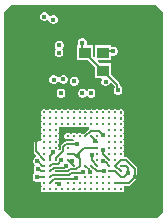
<source format=gtl>
G04*
G04 #@! TF.GenerationSoftware,Altium Limited,Altium Designer,22.2.1 (43)*
G04*
G04 Layer_Physical_Order=1*
G04 Layer_Color=255*
%FSLAX25Y25*%
%MOIN*%
G70*
G04*
G04 #@! TF.SameCoordinates,4B28361B-3754-4690-972C-136B69916877*
G04*
G04*
G04 #@! TF.FilePolarity,Positive*
G04*
G01*
G75*
%ADD11C,0.00600*%
%ADD13C,0.00709*%
%ADD14C,0.00984*%
%ADD15R,0.03858X0.03661*%
%ADD17C,0.01772*%
G36*
X57000Y74500D02*
Y8000D01*
X55000Y6000D01*
X6500D01*
X4000Y8500D01*
Y74500D01*
X6500Y77000D01*
X54500D01*
X57000Y74500D01*
D02*
G37*
%LPC*%
G36*
X17796Y74486D02*
X17204D01*
X16658Y74260D01*
X16240Y73842D01*
X16014Y73296D01*
Y72704D01*
X16240Y72158D01*
X16658Y71740D01*
X17204Y71514D01*
X17796D01*
X18342Y71740D01*
X18514Y71913D01*
X19014Y71706D01*
Y71704D01*
X19240Y71158D01*
X19658Y70740D01*
X20204Y70514D01*
X20796D01*
X21342Y70740D01*
X21760Y71158D01*
X21986Y71704D01*
Y72296D01*
X21760Y72842D01*
X21342Y73260D01*
X20796Y73486D01*
X20204D01*
X19658Y73260D01*
X19486Y73087D01*
X18986Y73294D01*
Y73296D01*
X18760Y73842D01*
X18342Y74260D01*
X17796Y74486D01*
D02*
G37*
G36*
X30375Y65812D02*
X29784D01*
X29238Y65586D01*
X28820Y65168D01*
X28594Y64622D01*
Y64030D01*
X28622Y63962D01*
X28471Y63462D01*
X28471D01*
X28471Y63462D01*
Y58601D01*
X32073D01*
X34471Y56203D01*
Y52538D01*
X36317D01*
X36550Y52038D01*
X36379Y51627D01*
Y51035D01*
X36606Y50489D01*
X37024Y50071D01*
X37570Y49845D01*
X38161D01*
X38707Y50071D01*
X39125Y50489D01*
X39256Y50806D01*
X39813Y50956D01*
X40863Y49906D01*
Y49465D01*
X40740Y49342D01*
X40514Y48796D01*
Y48204D01*
X40740Y47658D01*
X41158Y47240D01*
X41704Y47014D01*
X42296D01*
X42842Y47240D01*
X43260Y47658D01*
X43486Y48204D01*
Y48796D01*
X43260Y49342D01*
X42842Y49760D01*
X42699Y49819D01*
Y50286D01*
X42629Y50637D01*
X42430Y50935D01*
X39529Y53835D01*
Y57399D01*
X35870D01*
X35131Y58139D01*
X35322Y58601D01*
X39529D01*
Y59753D01*
X40029Y60087D01*
X40205Y60014D01*
X40795D01*
X41342Y60240D01*
X41760Y60658D01*
X41986Y61204D01*
Y61796D01*
X41760Y62342D01*
X41342Y62760D01*
X40795Y62986D01*
X40205D01*
X40029Y62913D01*
X39529Y63247D01*
Y63462D01*
X34471D01*
Y59452D01*
X34009Y59260D01*
X33529Y59740D01*
Y63462D01*
X31872D01*
X31537Y63962D01*
X31566Y64030D01*
Y64622D01*
X31339Y65168D01*
X30921Y65586D01*
X30375Y65812D01*
D02*
G37*
G36*
X22670Y64961D02*
X22079D01*
X21533Y64734D01*
X21115Y64316D01*
X20889Y63770D01*
Y63179D01*
X21115Y62633D01*
X21475Y62274D01*
X21079Y61878D01*
X20853Y61331D01*
Y60740D01*
X21079Y60194D01*
X21497Y59776D01*
X22043Y59550D01*
X22634D01*
X23180Y59776D01*
X23598Y60194D01*
X23824Y60740D01*
Y61331D01*
X23598Y61878D01*
X23238Y62237D01*
X23634Y62633D01*
X23861Y63179D01*
Y63770D01*
X23634Y64316D01*
X23216Y64734D01*
X22670Y64961D01*
D02*
G37*
G36*
X24117Y53598D02*
X23526D01*
X22980Y53372D01*
X22562Y52954D01*
X22477Y52747D01*
X21936D01*
X21896Y52842D01*
X21478Y53260D01*
X20932Y53486D01*
X20341D01*
X19795Y53260D01*
X19377Y52842D01*
X19151Y52296D01*
Y51704D01*
X19377Y51158D01*
X19795Y50740D01*
X20341Y50514D01*
X20932D01*
X21478Y50740D01*
X21896Y51158D01*
X21982Y51365D01*
X22523D01*
X22562Y51270D01*
X22980Y50852D01*
X23526Y50626D01*
X24117D01*
X24664Y50852D01*
X25082Y51270D01*
X25308Y51816D01*
Y52407D01*
X25082Y52954D01*
X24664Y53372D01*
X24117Y53598D01*
D02*
G37*
G36*
X27689Y52986D02*
X27098D01*
X26552Y52760D01*
X26134Y52342D01*
X25908Y51796D01*
Y51204D01*
X26134Y50658D01*
X26552Y50240D01*
X27098Y50014D01*
X27689D01*
X28235Y50240D01*
X28653Y50658D01*
X28879Y51204D01*
Y51796D01*
X28653Y52342D01*
X28235Y52760D01*
X27689Y52986D01*
D02*
G37*
G36*
X33296Y48952D02*
X32704D01*
X32158Y48725D01*
X31888Y48455D01*
X31574Y48358D01*
X31260Y48455D01*
X30989Y48725D01*
X30443Y48952D01*
X29852D01*
X29306Y48725D01*
X28888Y48307D01*
X28662Y47761D01*
Y47170D01*
X28888Y46624D01*
X29306Y46206D01*
X29852Y45980D01*
X30443D01*
X30989Y46206D01*
X31260Y46477D01*
X31574Y46573D01*
X31888Y46477D01*
X32158Y46206D01*
X32704Y45980D01*
X33296D01*
X33842Y46206D01*
X34260Y46624D01*
X34486Y47170D01*
Y47761D01*
X34260Y48307D01*
X33842Y48725D01*
X33296Y48952D01*
D02*
G37*
G36*
X23296Y48986D02*
X22704D01*
X22158Y48760D01*
X21740Y48342D01*
X21514Y47796D01*
Y47205D01*
X21740Y46658D01*
X22158Y46240D01*
X22704Y46014D01*
X23296D01*
X23842Y46240D01*
X24260Y46658D01*
X24486Y47205D01*
Y47796D01*
X24260Y48342D01*
X23842Y48760D01*
X23296Y48986D01*
D02*
G37*
G36*
X43186Y42183D02*
X42751D01*
X42350Y42016D01*
X42311Y41977D01*
X41984Y41750D01*
X41658Y41977D01*
X41619Y42016D01*
X41217Y42183D01*
X40783D01*
X40381Y42016D01*
X40342Y41977D01*
X40016Y41750D01*
X39689Y41977D01*
X39650Y42016D01*
X39249Y42183D01*
X38814D01*
X38413Y42016D01*
X38374Y41977D01*
X38047Y41750D01*
X37721Y41977D01*
X37682Y42016D01*
X37280Y42183D01*
X36846D01*
X36444Y42016D01*
X36405Y41977D01*
X36079Y41750D01*
X35752Y41977D01*
X35713Y42016D01*
X35312Y42183D01*
X34877D01*
X34476Y42016D01*
X34437Y41977D01*
X34110Y41750D01*
X33784Y41977D01*
X33745Y42016D01*
X33343Y42183D01*
X32909D01*
X32507Y42016D01*
X32468Y41977D01*
X32142Y41750D01*
X31815Y41977D01*
X31776Y42016D01*
X31375Y42183D01*
X30940D01*
X30539Y42016D01*
X30500Y41977D01*
X30173Y41750D01*
X29847Y41977D01*
X29808Y42016D01*
X29406Y42183D01*
X28972D01*
X28570Y42016D01*
X28531Y41977D01*
X28205Y41750D01*
X27878Y41977D01*
X27839Y42016D01*
X27438Y42183D01*
X27003D01*
X26602Y42016D01*
X26563Y41977D01*
X26236Y41750D01*
X25910Y41977D01*
X25871Y42016D01*
X25469Y42183D01*
X25035D01*
X24633Y42016D01*
X24594Y41977D01*
X24268Y41750D01*
X23941Y41977D01*
X23902Y42016D01*
X23501Y42183D01*
X23066D01*
X22665Y42016D01*
X22626Y41977D01*
X22299Y41750D01*
X21973Y41977D01*
X21934Y42016D01*
X21532Y42183D01*
X21098D01*
X20696Y42016D01*
X20657Y41977D01*
X20331Y41750D01*
X20004Y41977D01*
X19965Y42016D01*
X19564Y42183D01*
X19129D01*
X18728Y42016D01*
X18689Y41977D01*
X18362Y41750D01*
X18036Y41977D01*
X17997Y42016D01*
X17595Y42183D01*
X17161D01*
X16759Y42016D01*
X16452Y41709D01*
X16286Y41308D01*
Y40873D01*
X16452Y40472D01*
X16491Y40433D01*
X16719Y40106D01*
X16491Y39780D01*
X16452Y39741D01*
X16286Y39339D01*
Y38905D01*
X16452Y38503D01*
X16491Y38464D01*
X16719Y38138D01*
X16491Y37811D01*
X16452Y37772D01*
X16286Y37371D01*
Y36936D01*
X16452Y36535D01*
X16491Y36496D01*
X16719Y36169D01*
X16491Y35843D01*
X16452Y35804D01*
X16286Y35402D01*
Y34968D01*
X16452Y34566D01*
X16491Y34527D01*
X16719Y34201D01*
X16491Y33874D01*
X16452Y33835D01*
X16286Y33434D01*
Y32999D01*
X16452Y32598D01*
X16491Y32559D01*
X16719Y32232D01*
X16491Y31906D01*
X16452Y31867D01*
X16302Y31503D01*
X16174Y31460D01*
X15786Y31444D01*
X15649Y31649D01*
X15351Y31848D01*
X15000Y31918D01*
X14649Y31848D01*
X14351Y31649D01*
X14152Y31351D01*
X14082Y31000D01*
Y27720D01*
X14152Y27369D01*
X14351Y27072D01*
X14632Y26791D01*
X14515Y26201D01*
X14304Y26114D01*
X13886Y25696D01*
X13660Y25150D01*
Y24558D01*
X13886Y24012D01*
X14304Y23594D01*
X14110Y23135D01*
X14067Y23092D01*
X13841Y22546D01*
Y21954D01*
X14067Y21408D01*
X14170Y21306D01*
X14158Y20760D01*
X13740Y20342D01*
X13514Y19796D01*
Y19204D01*
X13740Y18658D01*
X14158Y18240D01*
X14704Y18014D01*
X15296D01*
X15842Y18240D01*
X15993Y18249D01*
X16286Y17686D01*
Y17251D01*
X16452Y16850D01*
X16491Y16811D01*
X16719Y16484D01*
X16491Y16158D01*
X16452Y16119D01*
X16286Y15717D01*
Y15283D01*
X16452Y14881D01*
X16759Y14574D01*
X17161Y14408D01*
X17595D01*
X17997Y14574D01*
X18036Y14613D01*
X18362Y14841D01*
X18689Y14613D01*
X18728Y14574D01*
X19129Y14408D01*
X19564D01*
X19965Y14574D01*
X20004Y14613D01*
X20331Y14841D01*
X20657Y14613D01*
X20696Y14574D01*
X21098Y14408D01*
X21532D01*
X21934Y14574D01*
X22070Y14711D01*
X22309Y14858D01*
X22715Y14719D01*
X22743Y14691D01*
X23094Y14546D01*
X23473D01*
X23824Y14691D01*
X23852Y14719D01*
X24258Y14858D01*
X24497Y14710D01*
X24633Y14574D01*
X25035Y14408D01*
X25469D01*
X25871Y14574D01*
X25910Y14613D01*
X26236Y14841D01*
X26563Y14613D01*
X26602Y14574D01*
X27003Y14408D01*
X27438D01*
X27839Y14574D01*
X27878Y14613D01*
X28205Y14841D01*
X28531Y14613D01*
X28570Y14574D01*
X28972Y14408D01*
X29406D01*
X29808Y14574D01*
X29847Y14613D01*
X30173Y14841D01*
X30500Y14613D01*
X30539Y14574D01*
X30940Y14408D01*
X31375D01*
X31776Y14574D01*
X31815Y14613D01*
X32142Y14841D01*
X32468Y14613D01*
X32507Y14574D01*
X32909Y14408D01*
X33343D01*
X33745Y14574D01*
X33784Y14613D01*
X34110Y14841D01*
X34437Y14613D01*
X34476Y14574D01*
X34877Y14408D01*
X35312D01*
X35713Y14574D01*
X35752Y14613D01*
X36079Y14841D01*
X36405Y14613D01*
X36444Y14574D01*
X36846Y14408D01*
X37280D01*
X37682Y14574D01*
X37721Y14613D01*
X38047Y14841D01*
X38374Y14613D01*
X38413Y14574D01*
X38814Y14408D01*
X39249D01*
X39650Y14574D01*
X39689Y14613D01*
X40016Y14841D01*
X40342Y14613D01*
X40381Y14574D01*
X40783Y14408D01*
X41217D01*
X41619Y14574D01*
X41658Y14613D01*
X41984Y14841D01*
X42311Y14613D01*
X42350Y14574D01*
X42751Y14408D01*
X43186D01*
X43587Y14574D01*
X43894Y14881D01*
X44061Y15283D01*
Y15717D01*
X43922Y16051D01*
X44032Y16336D01*
X44169Y16551D01*
X45469D01*
X45820Y16621D01*
X46117Y16820D01*
X48149Y18851D01*
X48348Y19149D01*
X48418Y19500D01*
Y22500D01*
X48348Y22851D01*
X48149Y23149D01*
X45306Y25991D01*
X45009Y26190D01*
X44657Y26260D01*
X44169D01*
X44032Y26476D01*
X43922Y26760D01*
X44061Y27094D01*
Y27528D01*
X43894Y27930D01*
X43855Y27969D01*
X43628Y28295D01*
X43855Y28622D01*
X43894Y28661D01*
X44061Y29062D01*
Y29497D01*
X43894Y29898D01*
X43855Y29937D01*
X43628Y30264D01*
X43855Y30590D01*
X43894Y30629D01*
X44061Y31031D01*
Y31465D01*
X43894Y31867D01*
X43855Y31906D01*
X43628Y32232D01*
X43855Y32559D01*
X43894Y32598D01*
X44061Y32999D01*
Y33434D01*
X43894Y33835D01*
X43855Y33874D01*
X43628Y34201D01*
X43855Y34527D01*
X43894Y34566D01*
X44061Y34968D01*
Y35402D01*
X43894Y35804D01*
X43855Y35843D01*
X43628Y36169D01*
X43855Y36496D01*
X43894Y36535D01*
X44061Y36936D01*
Y37371D01*
X43894Y37772D01*
X43855Y37811D01*
X43628Y38138D01*
X43855Y38464D01*
X43894Y38503D01*
X44061Y38905D01*
Y39339D01*
X43894Y39741D01*
X43855Y39780D01*
X43628Y40106D01*
X43855Y40433D01*
X43894Y40472D01*
X44061Y40873D01*
Y41308D01*
X43894Y41709D01*
X43587Y42016D01*
X43186Y42183D01*
D02*
G37*
%LPD*%
G36*
X30500Y36267D02*
X30539Y36228D01*
X30940Y36061D01*
X31375D01*
X31776Y36228D01*
X31815Y36267D01*
X31983Y36384D01*
X32029Y36372D01*
X32333Y36183D01*
X32317Y35666D01*
X32292Y35649D01*
X30604Y33961D01*
X30354Y33896D01*
X29978Y33972D01*
X29808Y34142D01*
X29406Y34309D01*
X28972D01*
X28570Y34142D01*
X28531Y34103D01*
X28205Y33876D01*
X27878Y34103D01*
X27839Y34142D01*
X27438Y34309D01*
X27003D01*
X26602Y34142D01*
X26563Y34103D01*
X26236Y33876D01*
X25910Y34103D01*
X25871Y34142D01*
X25469Y34309D01*
X25035D01*
X24633Y34142D01*
X24326Y33835D01*
X24160Y33434D01*
Y32999D01*
X24326Y32598D01*
X24633Y32291D01*
X25035Y32124D01*
X25469D01*
X25871Y32291D01*
X25910Y32330D01*
X26236Y32557D01*
X26563Y32330D01*
X26602Y32291D01*
X27003Y32124D01*
X27004D01*
X27295Y31624D01*
X27248Y31541D01*
X27141Y31451D01*
X24732D01*
X24381Y31382D01*
X24083Y31183D01*
X23120Y30220D01*
X22921Y29922D01*
X22852Y29571D01*
Y28716D01*
X22658Y28522D01*
X22097Y28668D01*
X22088Y28703D01*
X22124Y28739D01*
X22269Y29090D01*
Y29469D01*
X22124Y29820D01*
X22096Y29848D01*
X21957Y30254D01*
X22104Y30493D01*
X22241Y30629D01*
X22407Y31031D01*
Y31465D01*
X22241Y31867D01*
X22202Y31906D01*
X21974Y32232D01*
X22202Y32559D01*
X22241Y32598D01*
X22407Y32999D01*
Y33434D01*
X22241Y33835D01*
X22202Y33874D01*
X21974Y34201D01*
X22202Y34527D01*
X22241Y34566D01*
X22407Y34968D01*
Y35402D01*
X22241Y35804D01*
X22202Y35843D01*
X22162Y35900D01*
X22178Y35969D01*
X22424Y36132D01*
X22717Y36206D01*
X23066Y36061D01*
X23501D01*
X23902Y36228D01*
X23941Y36267D01*
X24268Y36494D01*
X24594Y36267D01*
X24633Y36228D01*
X25035Y36061D01*
X25469D01*
X25871Y36228D01*
X25910Y36267D01*
X26236Y36494D01*
X26563Y36267D01*
X26602Y36228D01*
X27003Y36061D01*
X27438D01*
X27839Y36228D01*
X27878Y36267D01*
X28205Y36494D01*
X28531Y36267D01*
X28570Y36228D01*
X28972Y36061D01*
X29406D01*
X29808Y36228D01*
X29847Y36267D01*
X30173Y36494D01*
X30500Y36267D01*
D02*
G37*
D11*
X14649Y28072D02*
Y31848D01*
X44657Y25343D02*
X47741Y22259D01*
X41000Y17469D02*
X45804D01*
X47741Y19405D01*
Y22259D01*
X14649Y28072D02*
X17378Y25343D01*
X34677Y31530D02*
X34937Y31269D01*
X35074D01*
X34135Y31754D02*
X34359Y31530D01*
X34677D01*
X34135Y31754D02*
Y32207D01*
X35074Y31269D02*
X35094Y31248D01*
X33126Y33217D02*
X34135Y32207D01*
X30779Y29280D02*
X35094D01*
X28559Y27059D02*
X30779Y29280D01*
X37000Y28500D02*
X37100Y28400D01*
Y27274D02*
X39031Y25343D01*
X37100Y27274D02*
Y28400D01*
X20331Y27408D02*
Y27725D01*
X19346Y37154D02*
X19346D01*
X19346Y39122D02*
X19346D01*
X42968Y27311D02*
X43042Y27237D01*
X42968Y29280D02*
X43073D01*
X42968Y33217D02*
X43042Y33143D01*
X42968Y35185D02*
X43042Y35111D01*
X42968Y37154D02*
X43042Y37080D01*
X42968Y39122D02*
X43042Y39048D01*
X42968Y41091D02*
X43042Y41017D01*
X41000Y41091D02*
X41074Y41164D01*
X39031Y41091D02*
X39105Y41164D01*
X37063Y41091D02*
X37137Y41164D01*
X35094Y41091D02*
X35168Y41164D01*
X33126Y41091D02*
X33200Y41164D01*
X31157Y41091D02*
X31231Y41164D01*
X29189Y41091D02*
X29263Y41164D01*
X27220Y41091D02*
X27294Y41164D01*
X25252Y41091D02*
X25326Y41164D01*
X23283Y41091D02*
X23357Y41164D01*
X21315Y41091D02*
X21388Y41164D01*
X19346Y41091D02*
X19420Y41164D01*
X17304D02*
X17378Y41091D01*
X17304Y39196D02*
X17378Y39122D01*
X17304Y37227D02*
X17378Y37154D01*
X17304Y35259D02*
X17378Y35185D01*
X17304Y33290D02*
X17378Y33217D01*
X17304Y29353D02*
X17378Y29280D01*
X17304Y17395D02*
X17378Y17469D01*
X42895Y15427D02*
X42968Y15500D01*
X40927Y15427D02*
X41000Y15500D01*
X38958Y15427D02*
X39031Y15500D01*
X36990Y15427D02*
X37063Y15500D01*
X35021Y15427D02*
X35094Y15500D01*
X33053Y15427D02*
X33126Y15500D01*
X31084Y15427D02*
X31157Y15500D01*
X29116Y15427D02*
X29189Y15500D01*
X27147Y15427D02*
X27220Y15500D01*
X25179Y15427D02*
X25252Y15500D01*
X23263Y15479D02*
X23283Y15500D01*
X21241Y15427D02*
X21315Y15500D01*
X19273Y15427D02*
X19346Y15500D01*
X17304Y15427D02*
X17378Y15500D01*
X37000Y54969D02*
X37098D01*
X36902D02*
X37000D01*
X41781Y48719D02*
X42000Y48500D01*
X37098Y54969D02*
X41781Y50286D01*
Y48719D02*
Y50286D01*
X30106Y61926D02*
Y63663D01*
Y61926D02*
X31000Y61032D01*
X31098D02*
X32629Y59501D01*
X31000Y61032D02*
X31098D01*
X15042Y19458D02*
X17357D01*
X15000Y19500D02*
X15042Y19458D01*
X17357D02*
X17378Y19437D01*
X35652Y35000D02*
X37000Y33652D01*
X32941Y35000D02*
X35652D01*
X31157Y33217D02*
X32941Y35000D01*
X15248Y24854D02*
X16728Y23374D01*
X15146Y24854D02*
X15248D01*
X25298Y21460D02*
X25958Y22120D01*
X27935D01*
X29189Y23374D01*
X26455Y20920D02*
X30284D01*
X25687Y20151D02*
X26455Y20920D01*
X30143Y21072D02*
X30368Y21296D01*
X20090Y20151D02*
X25687D01*
X20829Y18951D02*
X27843D01*
X28018Y19127D01*
X19346Y17469D02*
X20829Y18951D01*
X19376Y19437D02*
X20090Y20151D01*
X19346Y19437D02*
X19376D01*
X23149Y25166D02*
Y25189D01*
X24691Y23356D02*
Y23378D01*
X21336Y25363D02*
Y25902D01*
X21925Y23942D02*
X23149Y25166D01*
X21399Y21460D02*
X25298D01*
X23995Y22660D02*
X24691Y23356D01*
X21315Y21406D02*
X21344D01*
X23769Y28335D02*
Y29571D01*
X21344Y21406D02*
X21399Y21460D01*
X21336Y25902D02*
X23769Y28335D01*
X29189Y23417D02*
Y25701D01*
X27189Y27311D02*
X28205Y26295D01*
X28595D02*
X29189Y25701D01*
X28205Y26295D02*
X28595D01*
X35000Y21500D02*
X37194D01*
X33126Y23374D02*
X35000Y21500D01*
X37853Y24553D02*
X39031Y23374D01*
X37296Y24553D02*
X37853D01*
X37072Y24777D02*
X37296Y24553D01*
X32514Y21460D02*
X32739Y21236D01*
X31157Y23374D02*
X32514Y22017D01*
Y21460D02*
Y22017D01*
X20601Y22660D02*
X23995D01*
X19944Y23942D02*
X21925D01*
X19367Y25363D02*
Y26444D01*
X20331Y27408D01*
X28559Y26648D02*
Y27059D01*
X24732Y30534D02*
X28466D01*
X33296Y25173D02*
X35094Y23374D01*
X33288Y26959D02*
X33296Y26951D01*
Y25173D02*
Y26951D01*
X19346Y25343D02*
X19367Y25363D01*
X19376Y23374D02*
X19944Y23942D01*
X19346Y21406D02*
X20601Y22660D01*
X37468Y61500D02*
X40500D01*
X37000Y61032D02*
X37468Y61500D01*
X32629Y59342D02*
Y59501D01*
X35371Y56499D02*
Y56601D01*
X32629Y59342D02*
X35371Y56601D01*
Y56499D02*
X36902Y54969D01*
X25252Y25343D02*
X27220Y23374D01*
X41000D02*
X42968Y21406D01*
X41000Y23374D02*
X41000D01*
X42968Y25343D01*
X44657D01*
X42968Y23374D02*
X44626D01*
X45300Y20800D02*
Y22700D01*
X44626Y23374D02*
X45300Y22700D01*
X43958Y19458D02*
X45300Y20800D01*
X42989Y19458D02*
X43958D01*
X42968Y19437D02*
X42989Y19458D01*
X42968Y21406D02*
X42968D01*
X41000D02*
X42968Y19437D01*
X39031Y21406D02*
X41000D01*
X25252Y27311D02*
X27189D01*
X16468Y21426D02*
X17357D01*
X15327Y22250D02*
X15644D01*
X16468Y21426D01*
X16728Y23374D02*
X17378D01*
X17357Y21426D02*
X17378Y21406D01*
X21315Y25343D02*
X21336Y25363D01*
X23769Y29571D02*
X24732Y30534D01*
X21336Y17448D02*
X21901D01*
X22184Y17165D01*
X22501D01*
X21315Y17469D02*
X21336Y17448D01*
X19346Y23374D02*
X19376D01*
D13*
X35094Y33217D02*
D03*
X17378Y19437D02*
D03*
Y21406D02*
D03*
Y23374D02*
D03*
Y25343D02*
D03*
Y27311D02*
D03*
X19346Y17469D02*
D03*
Y19437D02*
D03*
Y21406D02*
D03*
Y23374D02*
D03*
Y25343D02*
D03*
Y29280D02*
D03*
X21315Y17469D02*
D03*
Y21406D02*
D03*
Y25343D02*
D03*
Y29280D02*
D03*
X23283Y15500D02*
D03*
X25252Y17469D02*
D03*
Y25343D02*
D03*
Y27311D02*
D03*
Y29280D02*
D03*
X27220Y17469D02*
D03*
Y23374D02*
D03*
X29189Y17469D02*
D03*
Y23374D02*
D03*
X31157Y19437D02*
D03*
Y23374D02*
D03*
Y33217D02*
D03*
X33126Y19437D02*
D03*
Y23374D02*
D03*
X35094D02*
D03*
Y25343D02*
D03*
Y27311D02*
D03*
Y29280D02*
D03*
Y31248D02*
D03*
X37063Y19437D02*
D03*
X39031Y21406D02*
D03*
Y23374D02*
D03*
Y25343D02*
D03*
Y27311D02*
D03*
Y29280D02*
D03*
X41000Y17469D02*
D03*
Y25343D02*
D03*
D14*
X17378Y15500D02*
D03*
Y17469D02*
D03*
Y29280D02*
D03*
Y31248D02*
D03*
Y33217D02*
D03*
Y35185D02*
D03*
Y37154D02*
D03*
Y39122D02*
D03*
Y41091D02*
D03*
X19346Y15500D02*
D03*
Y31248D02*
D03*
Y33217D02*
D03*
Y35185D02*
D03*
Y37154D02*
D03*
Y39122D02*
D03*
Y41091D02*
D03*
X21315Y15500D02*
D03*
Y31248D02*
D03*
Y33217D02*
D03*
Y35185D02*
D03*
Y37154D02*
D03*
Y39122D02*
D03*
Y41091D02*
D03*
X23283Y37154D02*
D03*
Y39122D02*
D03*
Y41091D02*
D03*
X25252Y15500D02*
D03*
Y33217D02*
D03*
Y37154D02*
D03*
Y39122D02*
D03*
Y41091D02*
D03*
X27220Y15500D02*
D03*
Y33217D02*
D03*
Y37154D02*
D03*
Y39122D02*
D03*
Y41091D02*
D03*
X29189Y15500D02*
D03*
Y33217D02*
D03*
Y37154D02*
D03*
Y39122D02*
D03*
Y41091D02*
D03*
X31157Y15500D02*
D03*
Y17469D02*
D03*
Y37154D02*
D03*
Y39122D02*
D03*
Y41091D02*
D03*
X33126Y15500D02*
D03*
Y17469D02*
D03*
Y33217D02*
D03*
Y37154D02*
D03*
Y39122D02*
D03*
Y41091D02*
D03*
X35094Y15500D02*
D03*
Y17469D02*
D03*
Y19437D02*
D03*
Y37154D02*
D03*
Y39122D02*
D03*
Y41091D02*
D03*
X37063Y15500D02*
D03*
Y17469D02*
D03*
Y37154D02*
D03*
Y39122D02*
D03*
Y41091D02*
D03*
X39031Y15500D02*
D03*
Y17469D02*
D03*
Y19437D02*
D03*
Y31248D02*
D03*
Y33217D02*
D03*
Y35185D02*
D03*
Y37154D02*
D03*
Y39122D02*
D03*
Y41091D02*
D03*
X41000Y15500D02*
D03*
Y21406D02*
D03*
Y23374D02*
D03*
Y27311D02*
D03*
Y29280D02*
D03*
Y31248D02*
D03*
Y33217D02*
D03*
Y35185D02*
D03*
Y37154D02*
D03*
Y39122D02*
D03*
Y41091D02*
D03*
X42968Y15500D02*
D03*
Y19437D02*
D03*
Y21406D02*
D03*
Y23374D02*
D03*
Y25343D02*
D03*
Y27311D02*
D03*
Y29280D02*
D03*
Y31248D02*
D03*
Y33217D02*
D03*
Y35185D02*
D03*
Y37154D02*
D03*
Y39122D02*
D03*
Y41091D02*
D03*
D15*
X37000Y54969D02*
D03*
Y61032D02*
D03*
X31000Y54969D02*
D03*
Y61032D02*
D03*
D17*
X14649Y31848D02*
D03*
X47741Y19405D02*
D03*
X34359Y31530D02*
D03*
X37000Y28500D02*
D03*
X20331Y27725D02*
D03*
X53500Y13500D02*
D03*
Y15500D02*
D03*
Y17500D02*
D03*
X45000Y43000D02*
D03*
X45500Y66500D02*
D03*
X46000Y58000D02*
D03*
X9000Y25500D02*
D03*
X53500Y37000D02*
D03*
Y43000D02*
D03*
Y31000D02*
D03*
X9000Y31500D02*
D03*
Y19500D02*
D03*
X9500Y39000D02*
D03*
X15000Y49000D02*
D03*
X11879Y65001D02*
D03*
X19000Y65000D02*
D03*
Y59500D02*
D03*
X27500Y47000D02*
D03*
X36000D02*
D03*
X55000Y64000D02*
D03*
Y66500D02*
D03*
Y69000D02*
D03*
Y71500D02*
D03*
X42000Y75000D02*
D03*
X39500D02*
D03*
X37000D02*
D03*
X34500D02*
D03*
X13000D02*
D03*
X10500D02*
D03*
X8000D02*
D03*
X7000Y51500D02*
D03*
Y48500D02*
D03*
Y45500D02*
D03*
Y43000D02*
D03*
X15500Y10000D02*
D03*
X13000D02*
D03*
X10500D02*
D03*
X8000D02*
D03*
X37000D02*
D03*
X39500D02*
D03*
X42000D02*
D03*
X44500D02*
D03*
X53500Y19500D02*
D03*
X45000Y31000D02*
D03*
X23000Y47500D02*
D03*
X20637Y52000D02*
D03*
X20500Y72000D02*
D03*
X22375Y63475D02*
D03*
X22338Y61036D02*
D03*
X42000Y48500D02*
D03*
X30080Y64326D02*
D03*
X17500Y73000D02*
D03*
X27394Y51500D02*
D03*
X23822Y52112D02*
D03*
X15000Y19500D02*
D03*
X54628Y52307D02*
D03*
X42586Y52197D02*
D03*
X35417Y51445D02*
D03*
X37865Y51331D02*
D03*
X37000Y33652D02*
D03*
X33000Y47466D02*
D03*
X30148D02*
D03*
X15146Y24854D02*
D03*
X28018Y19127D02*
D03*
X30368Y21296D02*
D03*
X24691Y23378D02*
D03*
X23149Y25189D02*
D03*
X37194Y21500D02*
D03*
X37072Y24777D02*
D03*
X32739Y21236D02*
D03*
X26815Y24944D02*
D03*
X28500Y30500D02*
D03*
X33288Y26959D02*
D03*
X40500Y61500D02*
D03*
X45300Y20800D02*
D03*
X28559Y26648D02*
D03*
X15327Y22250D02*
D03*
X22501Y17165D02*
D03*
M02*

</source>
